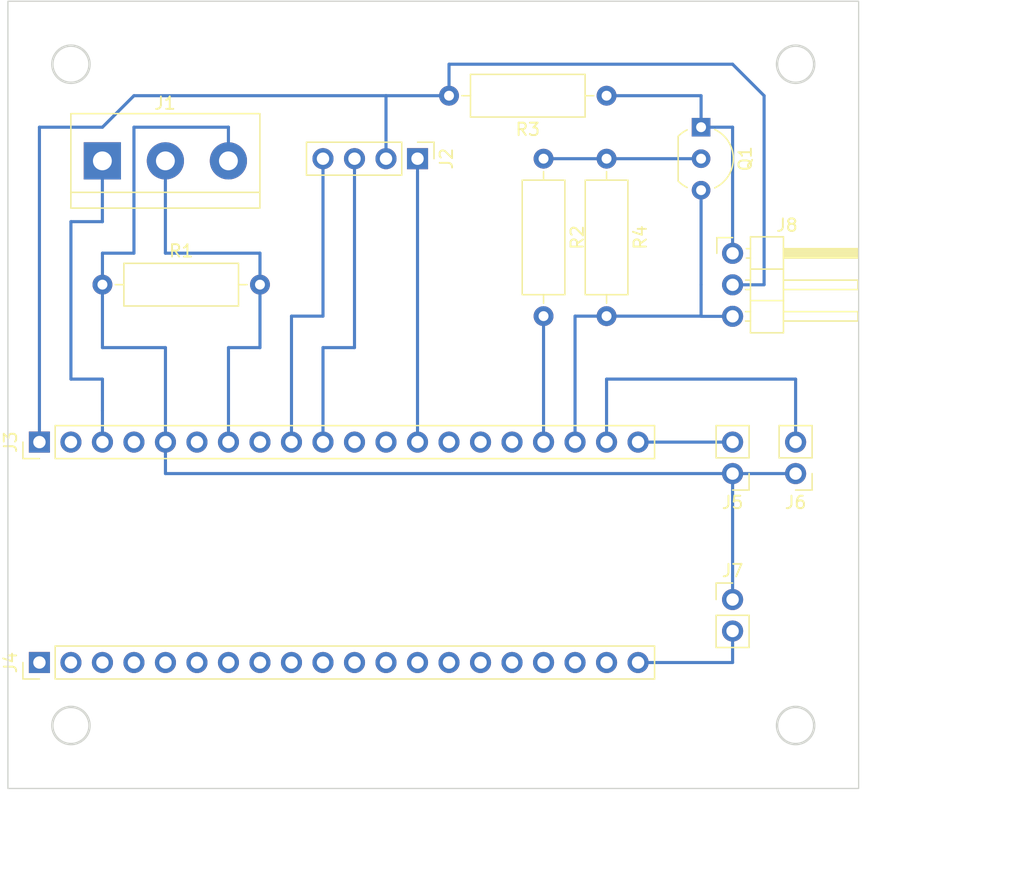
<source format=kicad_pcb>
(kicad_pcb (version 20211014) (generator pcbnew)
  (layers (0 "F.Cu" signal) (31 "B.Cu" signal) (34 "B.Paste" user) (35 "F.Paste" user) (36 "B.SilkS" user "B.Silkscreen") (37 "F.SilkS" user "F.Silkscreen") (38 "B.Mask" user) (39 "F.Mask" user) (44 "Edge.Cuts" user))
  (net 0 "")
  (net 1 "Net-(Q1-Pad2)")
  (net 2 "Net-(J2-Pad1)")
  (net 3 "Net-(J1-Pad1)")
  (net 4 "Net-(J2-Pad3)")
  (net 5 "Net-(J2-Pad2)")
  (net 6 "Net-(J2-Pad4)")
  (net 17 "Net-(J3-Pad17)")
  (net 18 "Net-(J3-Pad18)")
  (net 19 "Net-(J3-Pad19)")
  (net 38 "Net-(J4-Pad20)")
  (net 39 "Net-(J3-Pad20)")
  (net 40 "Net-(J8-Pad1)")
  (net 41 "Net-(J1-Pad2)")
  (net 42 "Net-(J1-Pad3)")
  (footprint "Package_TO_SOT_THT:TO-92_Inline_Wide" (layer "F.Cu") (at 76.2 27.94 -90)
    (fp_text reference "Q1" (at 2.54 -3.56 -90) (layer "F.SilkS"))
    (fp_text value "BC548")
    (fp_line (start 0.74 1.85) (end 4.34 1.85) (layer "F.SilkS") (width 0.12))
    (fp_arc (start 2.54 -2.6) (mid 3.936979 -2.192818) (end 4.8964 -1.098807) (layer "F.SilkS") (width 0.12))
    (fp_arc (start 4.864184 1.122795) (mid 4.633903 1.509328) (end 4.34 1.85) (layer "F.SilkS") (width 0.12))
    (fp_arc (start 0.1836 -1.098807) (mid 1.143021 -2.192817) (end 2.54 -2.6) (layer "F.SilkS") (width 0.12))
    (fp_arc (start 0.74 1.85) (mid 0.446097 1.509328) (end 0.215816 1.122795) (layer "F.SilkS") (width 0.12))
    (pad "1" thru_hole rect (at 0 0 270) (size 1.5 1.5) (drill 0.8) (layers *.Cu *.Mask) (net 40 "Net-(J8-Pad1)"))
    (pad "2" thru_hole circle (at 2.54 0 270) (size 1.5 1.5) (drill 0.8) (layers *.Cu *.Mask) (net 1 "Net-(Q1-Pad2)"))
    (pad "3" thru_hole circle (at 5.08 0 270) (size 1.5 1.5) (drill 0.8) (layers *.Cu *.Mask) (net 18 "Net-(J3-Pad18)"))
  )
  (footprint "Connector_PinHeader_2.54mm:PinHeader_1x20_P2.54mm_Vertical" (layer "F.Cu") (at 22.86 71.12 90)
    (fp_text reference "J4" (at 0 -2.33 90) (layer "F.SilkS"))
    (fp_text value "Conn_Pico_1")
    (fp_line (start -1.33 49.59) (end 1.33 49.59) (layer "F.SilkS") (width 0.12))
    (fp_line (start 1.33 1.27) (end 1.33 49.59) (layer "F.SilkS") (width 0.12))
    (fp_line (start -1.33 -1.33) (end 0 -1.33) (layer "F.SilkS") (width 0.12))
    (fp_line (start -1.33 0) (end -1.33 -1.33) (layer "F.SilkS") (width 0.12))
    (fp_line (start -1.33 1.27) (end 1.33 1.27) (layer "F.SilkS") (width 0.12))
    (fp_line (start -1.33 1.27) (end -1.33 49.59) (layer "F.SilkS") (width 0.12))
    (pad "1" thru_hole rect (at 0 0 90) (size 1.7 1.7) (drill 1) (layers *.Cu *.Mask))
    (pad "2" thru_hole oval (at 0 2.54 90) (size 1.7 1.7) (drill 1) (layers *.Cu *.Mask))
    (pad "3" thru_hole oval (at 0 5.08 90) (size 1.7 1.7) (drill 1) (layers *.Cu *.Mask))
    (pad "4" thru_hole oval (at 0 7.62 90) (size 1.7 1.7) (drill 1) (layers *.Cu *.Mask))
    (pad "5" thru_hole oval (at 0 10.16 90) (size 1.7 1.7) (drill 1) (layers *.Cu *.Mask))
    (pad "6" thru_hole oval (at 0 12.7 90) (size 1.7 1.7) (drill 1) (layers *.Cu *.Mask))
    (pad "7" thru_hole oval (at 0 15.24 90) (size 1.7 1.7) (drill 1) (layers *.Cu *.Mask))
    (pad "8" thru_hole oval (at 0 17.78 90) (size 1.7 1.7) (drill 1) (layers *.Cu *.Mask))
    (pad "9" thru_hole oval (at 0 20.32 90) (size 1.7 1.7) (drill 1) (layers *.Cu *.Mask))
    (pad "10" thru_hole oval (at 0 22.86 90) (size 1.7 1.7) (drill 1) (layers *.Cu *.Mask))
    (pad "11" thru_hole oval (at 0 25.4 90) (size 1.7 1.7) (drill 1) (layers *.Cu *.Mask))
    (pad "12" thru_hole oval (at 0 27.94 90) (size 1.7 1.7) (drill 1) (layers *.Cu *.Mask))
    (pad "13" thru_hole oval (at 0 30.48 90) (size 1.7 1.7) (drill 1) (layers *.Cu *.Mask))
    (pad "14" thru_hole oval (at 0 33.02 90) (size 1.7 1.7) (drill 1) (layers *.Cu *.Mask))
    (pad "15" thru_hole oval (at 0 35.56 90) (size 1.7 1.7) (drill 1) (layers *.Cu *.Mask))
    (pad "16" thru_hole oval (at 0 38.1 90) (size 1.7 1.7) (drill 1) (layers *.Cu *.Mask))
    (pad "17" thru_hole oval (at 0 40.64 90) (size 1.7 1.7) (drill 1) (layers *.Cu *.Mask))
    (pad "18" thru_hole oval (at 0 43.18 90) (size 1.7 1.7) (drill 1) (layers *.Cu *.Mask))
    (pad "19" thru_hole oval (at 0 45.72 90) (size 1.7 1.7) (drill 1) (layers *.Cu *.Mask))
    (pad "20" thru_hole oval (at 0 48.26 90) (size 1.7 1.7) (drill 1) (layers *.Cu *.Mask) (net 38 "Net-(J4-Pad20)"))
  )
  (footprint "Resistor_THT:R_Axial_DIN0309_L9.0mm_D3.2mm_P12.70mm_Horizontal" (layer "F.Cu") (at 63.5 30.48 -90)
    (fp_text reference "R2" (at 6.35 -2.72 90) (layer "F.SilkS"))
    (fp_text value "1k")
    (fp_line (start 10.97 -1.72) (end 1.73 -1.72) (layer "F.SilkS") (width 0.12))
    (fp_line (start 1.04 0) (end 1.73 0) (layer "F.SilkS") (width 0.12))
    (fp_line (start 1.73 -1.72) (end 1.73 1.72) (layer "F.SilkS") (width 0.12))
    (fp_line (start 11.66 0) (end 10.97 0) (layer "F.SilkS") (width 0.12))
    (fp_line (start 1.73 1.72) (end 10.97 1.72) (layer "F.SilkS") (width 0.12))
    (fp_line (start 10.97 1.72) (end 10.97 -1.72) (layer "F.SilkS") (width 0.12))
    (pad "1" thru_hole circle (at 0 0 270) (size 1.6 1.6) (drill 0.8) (layers *.Cu *.Mask) (net 1 "Net-(Q1-Pad2)"))
    (pad "2" thru_hole oval (at 12.7 0 270) (size 1.6 1.6) (drill 0.8) (layers *.Cu *.Mask) (net 17 "Net-(J3-Pad17)"))
  )
  (footprint "TerminalBlock:TerminalBlock_bornier-3_P5.08mm" (layer "F.Cu") (at 27.935 30.655)
    (fp_text reference "J1" (at 5.05 -4.65) (layer "F.SilkS"))
    (fp_text value "Screw_Term_Temp")
    (fp_line (start -2.54 2.54) (end 12.7 2.54) (layer "F.SilkS") (width 0.12))
    (fp_line (start -2.54 3.81) (end 12.7 3.81) (layer "F.SilkS") (width 0.12))
    (fp_line (start 12.7 3.81) (end 12.7 -3.81) (layer "F.SilkS") (width 0.12))
    (fp_line (start -2.54 -3.81) (end 12.7 -3.81) (layer "F.SilkS") (width 0.12))
    (fp_line (start -2.54 3.81) (end -2.54 -3.81) (layer "F.SilkS") (width 0.12))
    (pad "1" thru_hole rect (at 0 0) (size 3 3) (drill 1.52) (layers *.Cu *.Mask) (net 3 "Net-(J1-Pad1)"))
    (pad "2" thru_hole circle (at 5.08 0) (size 3 3) (drill 1.52) (layers *.Cu *.Mask) (net 41 "Net-(J1-Pad2)"))
    (pad "3" thru_hole circle (at 10.16 0) (size 3 3) (drill 1.52) (layers *.Cu *.Mask) (net 42 "Net-(J1-Pad3)"))
  )
  (footprint "Resistor_THT:R_Axial_DIN0309_L9.0mm_D3.2mm_P12.70mm_Horizontal" (layer "F.Cu") (at 68.58 30.48 -90)
    (fp_text reference "R4" (at 6.35 -2.72 90) (layer "F.SilkS"))
    (fp_text value "10k")
    (fp_line (start 1.04 0) (end 1.73 0) (layer "F.SilkS") (width 0.12))
    (fp_line (start 1.73 -1.72) (end 1.73 1.72) (layer "F.SilkS") (width 0.12))
    (fp_line (start 1.73 1.72) (end 10.97 1.72) (layer "F.SilkS") (width 0.12))
    (fp_line (start 10.97 1.72) (end 10.97 -1.72) (layer "F.SilkS") (width 0.12))
    (fp_line (start 11.66 0) (end 10.97 0) (layer "F.SilkS") (width 0.12))
    (fp_line (start 10.97 -1.72) (end 1.73 -1.72) (layer "F.SilkS") (width 0.12))
    (pad "1" thru_hole circle (at 0 0 270) (size 1.6 1.6) (drill 0.8) (layers *.Cu *.Mask) (net 1 "Net-(Q1-Pad2)"))
    (pad "2" thru_hole oval (at 12.7 0 270) (size 1.6 1.6) (drill 0.8) (layers *.Cu *.Mask) (net 18 "Net-(J3-Pad18)"))
  )
  (footprint "Resistor_THT:R_Axial_DIN0309_L9.0mm_D3.2mm_P12.70mm_Horizontal" (layer "F.Cu") (at 68.58 25.4 180)
    (fp_text reference "R3" (at 6.35 -2.72) (layer "F.SilkS"))
    (fp_text value "1k")
    (fp_line (start 10.97 1.72) (end 10.97 -1.72) (layer "F.SilkS") (width 0.12))
    (fp_line (start 10.97 -1.72) (end 1.73 -1.72) (layer "F.SilkS") (width 0.12))
    (fp_line (start 1.73 1.72) (end 10.97 1.72) (layer "F.SilkS") (width 0.12))
    (fp_line (start 1.73 -1.72) (end 1.73 1.72) (layer "F.SilkS") (width 0.12))
    (fp_line (start 1.04 0) (end 1.73 0) (layer "F.SilkS") (width 0.12))
    (fp_line (start 11.66 0) (end 10.97 0) (layer "F.SilkS") (width 0.12))
    (pad "1" thru_hole circle (at 0 0 180) (size 1.6 1.6) (drill 0.8) (layers *.Cu *.Mask) (net 40 "Net-(J8-Pad1)"))
    (pad "2" thru_hole oval (at 12.7 0 180) (size 1.6 1.6) (drill 0.8) (layers *.Cu *.Mask) (net 5 "Net-(J2-Pad2)"))
  )
  (footprint "Connector_PinHeader_2.54mm:PinHeader_1x02_P2.54mm_Vertical" (layer "F.Cu") (at 78.74 55.88 180)
    (fp_text reference "J5" (at 0 -2.33) (layer "F.SilkS"))
    (fp_text value "Conn_SW_1")
    (fp_line (start -1.33 0) (end -1.33 -1.33) (layer "F.SilkS") (width 0.12))
    (fp_line (start -1.33 1.27) (end 1.33 1.27) (layer "F.SilkS") (width 0.12))
    (fp_line (start -1.33 3.87) (end 1.33 3.87) (layer "F.SilkS") (width 0.12))
    (fp_line (start -1.33 1.27) (end -1.33 3.87) (layer "F.SilkS") (width 0.12))
    (fp_line (start 1.33 1.27) (end 1.33 3.87) (layer "F.SilkS") (width 0.12))
    (fp_line (start -1.33 -1.33) (end 0 -1.33) (layer "F.SilkS") (width 0.12))
    (pad "1" thru_hole circle (at 0 0 180) (size 1.7 1.7) (drill 1) (layers *.Cu *.Mask) (net 42 "Net-(J1-Pad3)"))
    (pad "2" thru_hole oval (at 0 2.54 180) (size 1.7 1.7) (drill 1) (layers *.Cu *.Mask) (net 39 "Net-(J3-Pad20)"))
  )
  (footprint "Resistor_THT:R_Axial_DIN0309_L9.0mm_D3.2mm_P12.70mm_Horizontal" (layer "F.Cu") (at 27.94 40.64)
    (fp_text reference "R1" (at 6.35 -2.72) (layer "F.SilkS"))
    (fp_text value "4k7")
    (fp_line (start 1.73 -1.72) (end 1.73 1.72) (layer "F.SilkS") (width 0.12))
    (fp_line (start 10.97 -1.72) (end 1.73 -1.72) (layer "F.SilkS") (width 0.12))
    (fp_line (start 10.97 1.72) (end 10.97 -1.72) (layer "F.SilkS") (width 0.12))
    (fp_line (start 11.66 0) (end 10.97 0) (layer "F.SilkS") (width 0.12))
    (fp_line (start 1.73 1.72) (end 10.97 1.72) (layer "F.SilkS") (width 0.12))
    (fp_line (start 1.04 0) (end 1.73 0) (layer "F.SilkS") (width 0.12))
    (pad "1" thru_hole circle (at 0 0) (size 1.6 1.6) (drill 0.8) (layers *.Cu *.Mask) (net 42 "Net-(J1-Pad3)"))
    (pad "2" thru_hole oval (at 12.7 0) (size 1.6 1.6) (drill 0.8) (layers *.Cu *.Mask) (net 41 "Net-(J1-Pad2)"))
  )
  (footprint "Connector_PinHeader_2.54mm:PinHeader_1x02_P2.54mm_Vertical" (layer "F.Cu") (at 78.74 66.04)
    (fp_text reference "J7" (at 0 -2.33) (layer "F.SilkS"))
    (fp_text value "Conn_SW_3")
    (fp_line (start -1.33 3.87) (end 1.33 3.87) (layer "F.SilkS") (width 0.12))
    (fp_line (start -1.33 0) (end -1.33 -1.33) (layer "F.SilkS") (width 0.12))
    (fp_line (start -1.33 1.27) (end 1.33 1.27) (layer "F.SilkS") (width 0.12))
    (fp_line (start 1.33 1.27) (end 1.33 3.87) (layer "F.SilkS") (width 0.12))
    (fp_line (start -1.33 -1.33) (end 0 -1.33) (layer "F.SilkS") (width 0.12))
    (fp_line (start -1.33 1.27) (end -1.33 3.87) (layer "F.SilkS") (width 0.12))
    (pad "1" thru_hole circle (at 0 0) (size 1.7 1.7) (drill 1) (layers *.Cu *.Mask) (net 42 "Net-(J1-Pad3)"))
    (pad "2" thru_hole oval (at 0 2.54) (size 1.7 1.7) (drill 1) (layers *.Cu *.Mask) (net 38 "Net-(J4-Pad20)"))
  )
  (footprint "Connector_PinHeader_2.54mm:PinHeader_1x20_P2.54mm_Vertical" (layer "F.Cu") (at 22.86 53.34 90)
    (fp_text reference "J3" (at 0 -2.33 90) (layer "F.SilkS"))
    (fp_text value "Conn_Pico_2")
    (fp_line (start -1.33 -1.33) (end 0 -1.33) (layer "F.SilkS") (width 0.12))
    (fp_line (start 1.33 1.27) (end 1.33 49.59) (layer "F.SilkS") (width 0.12))
    (fp_line (start -1.33 1.27) (end -1.33 49.59) (layer "F.SilkS") (width 0.12))
    (fp_line (start -1.33 1.27) (end 1.33 1.27) (layer "F.SilkS") (width 0.12))
    (fp_line (start -1.33 0) (end -1.33 -1.33) (layer "F.SilkS") (width 0.12))
    (fp_line (start -1.33 49.59) (end 1.33 49.59) (layer "F.SilkS") (width 0.12))
    (pad "1" thru_hole rect (at 0 0 90) (size 1.7 1.7) (drill 1) (layers *.Cu *.Mask) (net 5 "Net-(J2-Pad2)"))
    (pad "2" thru_hole oval (at 0 2.54 90) (size 1.7 1.7) (drill 1) (layers *.Cu *.Mask))
    (pad "3" thru_hole oval (at 0 5.08 90) (size 1.7 1.7) (drill 1) (layers *.Cu *.Mask) (net 3 "Net-(J1-Pad1)"))
    (pad "4" thru_hole oval (at 0 7.62 90) (size 1.7 1.7) (drill 1) (layers *.Cu *.Mask))
    (pad "5" thru_hole oval (at 0 10.16 90) (size 1.7 1.7) (drill 1) (layers *.Cu *.Mask) (net 42 "Net-(J1-Pad3)"))
    (pad "6" thru_hole oval (at 0 12.7 90) (size 1.7 1.7) (drill 1) (layers *.Cu *.Mask))
    (pad "7" thru_hole oval (at 0 15.24 90) (size 1.7 1.7) (drill 1) (layers *.Cu *.Mask) (net 41 "Net-(J1-Pad2)"))
    (pad "8" thru_hole oval (at 0 17.78 90) (size 1.7 1.7) (drill 1) (layers *.Cu *.Mask))
    (pad "9" thru_hole oval (at 0 20.32 90) (size 1.7 1.7) (drill 1) (layers *.Cu *.Mask) (net 6 "Net-(J2-Pad4)"))
    (pad "10" thru_hole oval (at 0 22.86 90) (size 1.7 1.7) (drill 1) (layers *.Cu *.Mask) (net 4 "Net-(J2-Pad3)"))
    (pad "11" thru_hole oval (at 0 25.4 90) (size 1.7 1.7) (drill 1) (layers *.Cu *.Mask))
    (pad "12" thru_hole oval (at 0 27.94 90) (size 1.7 1.7) (drill 1) (layers *.Cu *.Mask))
    (pad "13" thru_hole oval (at 0 30.48 90) (size 1.7 1.7) (drill 1) (layers *.Cu *.Mask) (net 2 "Net-(J2-Pad1)"))
    (pad "14" thru_hole oval (at 0 33.02 90) (size 1.7 1.7) (drill 1) (layers *.Cu *.Mask))
    (pad "15" thru_hole oval (at 0 35.56 90) (size 1.7 1.7) (drill 1) (layers *.Cu *.Mask))
    (pad "16" thru_hole oval (at 0 38.1 90) (size 1.7 1.7) (drill 1) (layers *.Cu *.Mask))
    (pad "17" thru_hole oval (at 0 40.64 90) (size 1.7 1.7) (drill 1) (layers *.Cu *.Mask) (net 17 "Net-(J3-Pad17)"))
    (pad "18" thru_hole oval (at 0 43.18 90) (size 1.7 1.7) (drill 1) (layers *.Cu *.Mask) (net 18 "Net-(J3-Pad18)"))
    (pad "19" thru_hole oval (at 0 45.72 90) (size 1.7 1.7) (drill 1) (layers *.Cu *.Mask) (net 19 "Net-(J3-Pad19)"))
    (pad "20" thru_hole oval (at 0 48.26 90) (size 1.7 1.7) (drill 1) (layers *.Cu *.Mask) (net 39 "Net-(J3-Pad20)"))
  )
  (footprint "Connector_PinHeader_2.54mm:PinHeader_1x02_P2.54mm_Vertical" (layer "F.Cu") (at 83.82 55.88 180)
    (fp_text reference "J6" (at 0 -2.33) (layer "F.SilkS"))
    (fp_text value "Conn_SW_2")
    (fp_line (start 1.33 1.27) (end 1.33 3.87) (layer "F.SilkS") (width 0.12))
    (fp_line (start -1.33 -1.33) (end 0 -1.33) (layer "F.SilkS") (width 0.12))
    (fp_line (start -1.33 1.27) (end 1.33 1.27) (layer "F.SilkS") (width 0.12))
    (fp_line (start -1.33 0) (end -1.33 -1.33) (layer "F.SilkS") (width 0.12))
    (fp_line (start -1.33 1.27) (end -1.33 3.87) (layer "F.SilkS") (width 0.12))
    (fp_line (start -1.33 3.87) (end 1.33 3.87) (layer "F.SilkS") (width 0.12))
    (pad "1" thru_hole circle (at 0 0 180) (size 1.7 1.7) (drill 1) (layers *.Cu *.Mask) (net 42 "Net-(J1-Pad3)"))
    (pad "2" thru_hole oval (at 0 2.54 180) (size 1.7 1.7) (drill 1) (layers *.Cu *.Mask) (net 19 "Net-(J3-Pad19)"))
  )
  (footprint "Connector_PinHeader_2.54mm:PinHeader_1x03_P2.54mm_Horizontal" (layer "F.Cu") (at 78.74 38.115)
    (fp_text reference "J8" (at 4.385 -2.27) (layer "F.SilkS"))
    (fp_text value "Conn_Relais")
    (fp_line (start 4.1 0.16) (end 10.1 0.16) (layer "F.SilkS") (width 0.12))
    (fp_line (start 1.44 1.27) (end 4.1 1.27) (layer "F.SilkS") (width 0.12))
    (fp_line (start 4.1 2.16) (end 10.1 2.16) (layer "F.SilkS") (width 0.12))
    (fp_line (start 1.11 0.38) (end 1.44 0.38) (layer "F.SilkS") (width 0.12))
    (fp_line (start 10.1 -0.38) (end 10.1 0.38) (layer "F.SilkS") (width 0.12))
    (fp_line (start 4.1 -0.38) (end 10.1 -0.38) (layer "F.SilkS") (width 0.12))
    (fp_line (start 1.042929 5.46) (end 1.44 5.46) (layer "F.SilkS") (width 0.12))
    (fp_line (start 4.1 4.7) (end 10.1 4.7) (layer "F.SilkS") (width 0.12))
    (fp_line (start 10.1 4.7) (end 10.1 5.46) (layer "F.SilkS") (width 0.12))
    (fp_line (start 4.1 0.04) (end 10.1 0.04) (layer "F.SilkS") (width 0.12))
    (fp_line (start 4.1 -1.33) (end 1.44 -1.33) (layer "F.SilkS") (width 0.12))
    (fp_line (start 4.1 -0.08) (end 10.1 -0.08) (layer "F.SilkS") (width 0.12))
    (fp_line (start 4.1 0.28) (end 10.1 0.28) (layer "F.SilkS") (width 0.12))
    (fp_line (start 4.1 6.41) (end 4.1 -1.33) (layer "F.SilkS") (width 0.12))
    (fp_line (start 1.042929 2.92) (end 1.44 2.92) (layer "F.SilkS") (width 0.12))
    (fp_line (start 1.44 6.41) (end 4.1 6.41) (layer "F.SilkS") (width 0.12))
    (fp_line (start 10.1 2.92) (end 4.1 2.92) (layer "F.SilkS") (width 0.12))
    (fp_line (start 1.042929 4.7) (end 1.44 4.7) (layer "F.SilkS") (width 0.12))
    (fp_line (start 4.1 -0.32) (end 10.1 -0.32) (layer "F.SilkS") (width 0.12))
    (fp_line (start -1.27 -1.27) (end 0 -1.27) (layer "F.SilkS") (width 0.12))
    (fp_line (start 1.11 -0.38) (end 1.44 -0.38) (layer "F.SilkS") (width 0.12))
    (fp_line (start 1.042929 2.16) (end 1.44 2.16) (layer "F.SilkS") (width 0.12))
    (fp_line (start -1.27 0) (end -1.27 -1.27) (layer "F.SilkS") (width 0.12))
    (fp_line (start 1.44 -1.33) (end 1.44 6.41) (layer "F.SilkS") (width 0.12))
    (fp_line (start 10.1 0.38) (end 4.1 0.38) (layer "F.SilkS") (width 0.12))
    (fp_line (start 10.1 2.16) (end 10.1 2.92) (layer "F.SilkS") (width 0.12))
    (fp_line (start 1.44 3.81) (end 4.1 3.81) (layer "F.SilkS") (width 0.12))
    (fp_line (start 4.1 -0.2) (end 10.1 -0.2) (layer "F.SilkS") (width 0.12))
    (fp_line (start 10.1 5.46) (end 4.1 5.46) (layer "F.SilkS") (width 0.12))
    (pad "1" thru_hole circle (at 0 0) (size 1.7 1.7) (drill 1) (layers *.Cu *.Mask) (net 40 "Net-(J8-Pad1)"))
    (pad "2" thru_hole oval (at 0 2.54) (size 1.7 1.7) (drill 1) (layers *.Cu *.Mask) (net 5 "Net-(J2-Pad2)"))
    (pad "3" thru_hole oval (at 0 5.08) (size 1.7 1.7) (drill 1) (layers *.Cu *.Mask) (net 18 "Net-(J3-Pad18)"))
  )
  (footprint "Connector_PinHeader_2.54mm:PinHeader_1x04_P2.54mm_Vertical" (layer "F.Cu") (at 53.34 30.48 -90)
    (fp_text reference "J2" (at 0 -2.33 90) (layer "F.SilkS"))
    (fp_text value "Conn_LCD")
    (fp_line (start -1.33 1.27) (end 1.33 1.27) (layer "F.SilkS") (width 0.12))
    (fp_line (start -1.33 8.95) (end 1.33 8.95) (layer "F.SilkS") (width 0.12))
    (fp_line (start -1.33 -1.33) (end 0 -1.33) (layer "F.SilkS") (width 0.12))
    (fp_line (start -1.33 1.27) (end -1.33 8.95) (layer "F.SilkS") (width 0.12))
    (fp_line (start -1.33 0) (end -1.33 -1.33) (layer "F.SilkS") (width 0.12))
    (fp_line (start 1.33 1.27) (end 1.33 8.95) (layer "F.SilkS") (width 0.12))
    (pad "1" thru_hole rect (at 0 0 270) (size 1.7 1.7) (drill 1) (layers *.Cu *.Mask) (net 2 "Net-(J2-Pad1)"))
    (pad "2" thru_hole oval (at 0 2.54 270) (size 1.7 1.7) (drill 1) (layers *.Cu *.Mask) (net 5 "Net-(J2-Pad2)"))
    (pad "3" thru_hole oval (at 0 5.08 270) (size 1.7 1.7) (drill 1) (layers *.Cu *.Mask) (net 4 "Net-(J2-Pad3)"))
    (pad "4" thru_hole oval (at 0 7.62 270) (size 1.7 1.7) (drill 1) (layers *.Cu *.Mask) (net 6 "Net-(J2-Pad4)"))
  )
  (gr_circle (center 83.82 22.86) (end 85.32 22.86) (layer "Edge.Cuts") (width 0.2) (fill none))
  (gr_circle (center 25.4 22.86) (end 26.9 22.86) (layer "Edge.Cuts") (width 0.2) (fill none))
  (gr_rect (start 20.32 17.78) (end 88.9 81.28) (layer "Edge.Cuts") (width 0.1) (fill none))
  (gr_circle (center 83.82 76.2) (end 85.32 76.2) (layer "Edge.Cuts") (width 0.2) (fill none))
  (gr_circle (center 25.4 76.2) (end 26.9 76.2) (layer "Edge.Cuts") (width 0.2) (fill none))
  (segment (start 63.5 30.48) (end 68.58 30.48) (width 0.25) (layer "B.Cu") (net 1))
  (segment (start 75.564283 30.48) (end 75.882142 30.162141) (width 0.25) (layer "B.Cu") (net 1))
  (segment (start 68.58 30.48) (end 75.564283 30.48) (width 0.25) (layer "B.Cu") (net 1))
  (segment (start 53.34 53.34) (end 53.34 30.48) (width 0.25) (layer "B.Cu") (net 2))
  (segment (start 25.4 48.26) (end 25.4 35.56) (width 0.25) (layer "B.Cu") (net 3))
  (segment (start 27.94 48.26) (end 25.4 48.26) (width 0.25) (layer "B.Cu") (net 3))
  (segment (start 25.4 35.56) (end 27.94 35.56) (width 0.25) (layer "B.Cu") (net 3))
  (segment (start 27.935 35.555) (end 27.935 30.655) (width 0.25) (layer "B.Cu") (net 3))
  (segment (start 27.94 53.34) (end 27.94 50.8) (width 0.25) (layer "B.Cu") (net 3))
  (segment (start 27.94 50.8) (end 27.94 48.26) (width 0.25) (layer "B.Cu") (net 3))
  (segment (start 27.94 35.56) (end 27.935 35.555) (width 0.25) (layer "B.Cu") (net 3))
  (segment (start 48.26 45.72) (end 48.26 30.48) (width 0.25) (layer "B.Cu") (net 4))
  (segment (start 45.72 53.34) (end 45.72 45.72) (width 0.25) (layer "B.Cu") (net 4))
  (segment (start 45.72 45.72) (end 48.26 45.72) (width 0.25) (layer "B.Cu") (net 4))
  (segment (start 55.88 25.4) (end 55.88 22.86) (width 0.25) (layer "B.Cu") (net 5))
  (segment (start 22.86 27.94) (end 27.94 27.94) (width 0.25) (layer "B.Cu") (net 5))
  (segment (start 55.88 25.4) (end 50.8 25.4) (width 0.25) (layer "B.Cu") (net 5))
  (segment (start 55.88 22.86) (end 78.74 22.86) (width 0.25) (layer "B.Cu") (net 5))
  (segment (start 22.86 53.34) (end 22.86 27.94) (width 0.25) (layer "B.Cu") (net 5))
  (segment (start 30.48 25.4) (end 50.8 25.4) (width 0.25) (layer "B.Cu") (net 5))
  (segment (start 50.8 30.48) (end 50.8 25.4) (width 0.25) (layer "B.Cu") (net 5))
  (segment (start 81.28 40.64) (end 81.265 40.655) (width 0.25) (layer "B.Cu") (net 5))
  (segment (start 78.74 22.86) (end 81.28 25.4) (width 0.25) (layer "B.Cu") (net 5))
  (segment (start 81.28 25.4) (end 81.28 40.64) (width 0.25) (layer "B.Cu") (net 5))
  (segment (start 81.265 40.655) (end 78.74 40.655) (width 0.25) (layer "B.Cu") (net 5))
  (segment (start 27.94 27.94) (end 30.48 25.4) (width 0.25) (layer "B.Cu") (net 5))
  (segment (start 43.18 53.34) (end 43.18 43.18) (width 0.25) (layer "B.Cu") (net 6))
  (segment (start 45.72 43.18) (end 45.72 30.48) (width 0.25) (layer "B.Cu") (net 6))
  (segment (start 43.18 43.18) (end 45.72 43.18) (width 0.25) (layer "B.Cu") (net 6))
  (segment (start 63.5 53.34) (end 63.5 43.18) (width 0.25) (layer "B.Cu") (net 17))
  (segment (start 76.2 43.18) (end 76.2 40.64) (width 0.25) (layer "B.Cu") (net 18))
  (segment (start 76.2 43.18) (end 76.215 43.195) (width 0.25) (layer "B.Cu") (net 18))
  (segment (start 66.04 53.34) (end 66.04 43.18) (width 0.25) (layer "B.Cu") (net 18))
  (segment (start 76.215 43.195) (end 78.74 43.195) (width 0.25) (layer "B.Cu") (net 18))
  (segment (start 68.58 43.18) (end 76.2 43.18) (width 0.25) (layer "B.Cu") (net 18))
  (segment (start 66.04 43.18) (end 68.58 43.18) (width 0.25) (layer "B.Cu") (net 18))
  (segment (start 76.2 40.64) (end 76.2 33.02) (width 0.25) (layer "B.Cu") (net 18))
  (segment (start 83.82 48.26) (end 83.82 53.34) (width 0.25) (layer "B.Cu") (net 19))
  (segment (start 68.58 48.26) (end 83.82 48.26) (width 0.25) (layer "B.Cu") (net 19))
  (segment (start 68.58 53.34) (end 68.58 48.26) (width 0.25) (layer "B.Cu") (net 19))
  (segment (start 71.12 71.12) (end 78.74 71.12) (width 0.25) (layer "B.Cu") (net 38))
  (segment (start 78.74 71.12) (end 78.74 68.58) (width 0.25) (layer "B.Cu") (net 38))
  (segment (start 71.12 53.34) (end 78.74 53.34) (width 0.25) (layer "B.Cu") (net 39))
  (segment (start 76.2 25.4) (end 76.2 27.94) (width 0.25) (layer "B.Cu") (net 40))
  (segment (start 68.58 25.4) (end 76.2 25.4) (width 0.25) (layer "B.Cu") (net 40))
  (segment (start 78.74 27.94) (end 78.74 38.115) (width 0.25) (layer "B.Cu") (net 40))
  (segment (start 76.2 27.94) (end 78.74 27.94) (width 0.25) (layer "B.Cu") (net 40))
  (segment (start 33.015 38.095) (end 33.015 30.655) (width 0.25) (layer "B.Cu") (net 41))
  (segment (start 38.1 45.72) (end 40.64 45.72) (width 0.25) (layer "B.Cu") (net 41))
  (segment (start 38.1 53.34) (end 38.1 45.72) (width 0.25) (layer "B.Cu") (net 41))
  (segment (start 40.64 38.1) (end 33.02 38.1) (width 0.25) (layer "B.Cu") (net 41))
  (segment (start 40.64 45.72) (end 40.64 40.64) (width 0.25) (layer "B.Cu") (net 41))
  (segment (start 33.02 38.1) (end 33.015 38.095) (width 0.25) (layer "B.Cu") (net 41))
  (segment (start 40.64 40.64) (end 40.64 38.1) (width 0.25) (layer "B.Cu") (net 41))
  (segment (start 33.02 53.34) (end 33.02 55.88) (width 0.25) (layer "B.Cu") (net 42))
  (segment (start 38.095 27.945) (end 38.095 30.655) (width 0.25) (layer "B.Cu") (net 42))
  (segment (start 33.02 45.72) (end 27.94 45.72) (width 0.25) (layer "B.Cu") (net 42))
  (segment (start 33.02 55.88) (end 78.74 55.88) (width 0.25) (layer "B.Cu") (net 42))
  (segment (start 83.82 55.88) (end 78.74 55.88) (width 0.25) (layer "B.Cu") (net 42))
  (segment (start 30.48 27.94) (end 38.1 27.94) (width 0.25) (layer "B.Cu") (net 42))
  (segment (start 78.74 66.04) (end 78.74 55.88) (width 0.25) (layer "B.Cu") (net 42))
  (segment (start 27.94 38.1) (end 30.48 38.1) (width 0.25) (layer "B.Cu") (net 42))
  (segment (start 27.94 40.64) (end 27.94 38.1) (width 0.25) (layer "B.Cu") (net 42))
  (segment (start 27.94 45.72) (end 27.94 40.64) (width 0.25) (layer "B.Cu") (net 42))
  (segment (start 33.02 53.34) (end 33.02 45.72) (width 0.25) (layer "B.Cu") (net 42))
  (segment (start 30.48 38.1) (end 30.48 27.94) (width 0.25) (layer "B.Cu") (net 42))
  (segment (start 38.1 27.94) (end 38.095 27.945) (width 0.25) (layer "B.Cu") (net 42))
)
</source>
